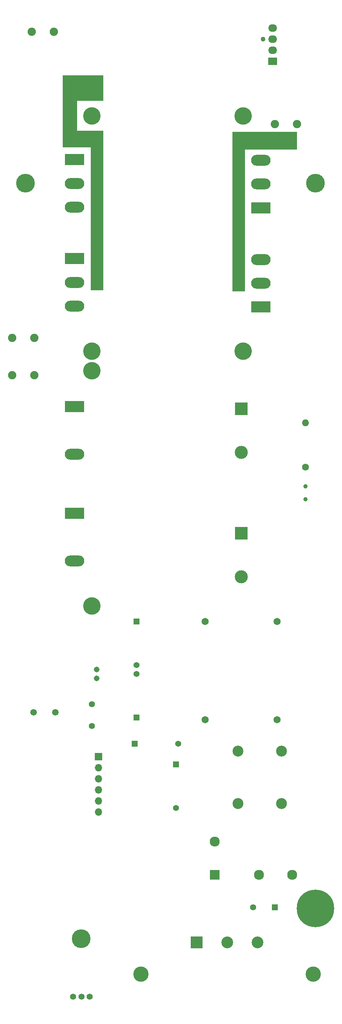
<source format=gbr>
%TF.GenerationSoftware,KiCad,Pcbnew,9.0.0*%
%TF.CreationDate,2025-03-25T20:50:40-04:00*%
%TF.ProjectId,RampedFetCoil,52616d70-6564-4466-9574-436f696c2e6b,rev?*%
%TF.SameCoordinates,Original*%
%TF.FileFunction,Soldermask,Bot*%
%TF.FilePolarity,Negative*%
%FSLAX46Y46*%
G04 Gerber Fmt 4.6, Leading zero omitted, Abs format (unit mm)*
G04 Created by KiCad (PCBNEW 9.0.0) date 2025-03-25 20:50:40*
%MOMM*%
%LPD*%
G01*
G04 APERTURE LIST*
%ADD10C,0.100000*%
%ADD11R,1.371600X1.371600*%
%ADD12C,1.371600*%
%ADD13R,1.422400X1.422400*%
%ADD14C,1.422400*%
%ADD15C,1.905000*%
%ADD16C,4.000000*%
%ADD17R,2.300000X2.300000*%
%ADD18C,2.300000*%
%ADD19C,1.000000*%
%ADD20R,4.500000X2.500000*%
%ADD21O,4.500000X2.500000*%
%ADD22R,3.000000X3.000000*%
%ADD23C,3.000000*%
%ADD24C,4.300000*%
%ADD25C,1.650000*%
%ADD26R,1.700000X1.700000*%
%ADD27O,1.700000X1.700000*%
%ADD28C,3.500000*%
%ADD29R,2.700000X2.700000*%
%ADD30C,2.700000*%
%ADD31C,1.400000*%
%ADD32C,1.100000*%
%ADD33R,2.030000X1.730000*%
%ADD34O,2.030000X1.730000*%
%ADD35C,1.600000*%
%ADD36O,1.600000X1.600000*%
%ADD37C,1.308000*%
%ADD38C,2.500000*%
%ADD39C,1.500000*%
%ADD40C,1.408000*%
%ADD41C,0.900000*%
%ADD42C,8.600000*%
G04 APERTURE END LIST*
D10*
X140750000Y-49500000D02*
X155500000Y-49500000D01*
X155500000Y-53500000D01*
X140750000Y-53500000D01*
X140750000Y-49500000D01*
G36*
X140750000Y-49500000D02*
G01*
X155500000Y-49500000D01*
X155500000Y-53500000D01*
X140750000Y-53500000D01*
X140750000Y-49500000D01*
G37*
X101750000Y-36500000D02*
X105000000Y-36500000D01*
X105000000Y-49250000D01*
X101750000Y-49250000D01*
X101750000Y-36500000D01*
G36*
X101750000Y-36500000D02*
G01*
X105000000Y-36500000D01*
X105000000Y-49250000D01*
X101750000Y-49250000D01*
X101750000Y-36500000D01*
G37*
X101750000Y-49250000D02*
X111000000Y-49250000D01*
X111000000Y-53000000D01*
X101750000Y-53000000D01*
X101750000Y-49250000D01*
G36*
X101750000Y-49250000D02*
G01*
X111000000Y-49250000D01*
X111000000Y-53000000D01*
X101750000Y-53000000D01*
X101750000Y-49250000D01*
G37*
X105000000Y-36500000D02*
X111000000Y-36500000D01*
X111000000Y-42250000D01*
X105000000Y-42250000D01*
X105000000Y-36500000D01*
G36*
X105000000Y-36500000D02*
G01*
X111000000Y-36500000D01*
X111000000Y-42250000D01*
X105000000Y-42250000D01*
X105000000Y-36500000D01*
G37*
X140750000Y-53500000D02*
X143500000Y-53500000D01*
X143500000Y-86000000D01*
X140750000Y-86000000D01*
X140750000Y-53500000D01*
G36*
X140750000Y-53500000D02*
G01*
X143500000Y-53500000D01*
X143500000Y-86000000D01*
X140750000Y-86000000D01*
X140750000Y-53500000D01*
G37*
X108250000Y-53000000D02*
X111000000Y-53000000D01*
X111000000Y-85750000D01*
X108250000Y-85750000D01*
X108250000Y-53000000D01*
G36*
X108250000Y-53000000D02*
G01*
X111000000Y-53000000D01*
X111000000Y-85750000D01*
X108250000Y-85750000D01*
X108250000Y-53000000D01*
G37*
D11*
%TO.C,C30*%
X118750000Y-183750000D03*
D12*
X118750000Y-173750000D03*
%TD*%
D13*
%TO.C,TH1*%
X150500000Y-227250000D03*
D14*
X145500000Y-227250000D03*
%TD*%
D15*
%TO.C,J4*%
X150460000Y-47750000D03*
X155540000Y-47750000D03*
%TD*%
D16*
%TO.C,HS2*%
X108500000Y-158186000D03*
X108500000Y-104250000D03*
%TD*%
D17*
%TO.C,K1*%
X136625000Y-219800000D03*
D18*
X146785000Y-219800000D03*
X154405000Y-219800000D03*
X136625000Y-212180000D03*
%TD*%
D19*
%TO.C,NE1*%
X157500000Y-130750000D03*
X157500000Y-133750000D03*
%TD*%
D20*
%TO.C,Q9*%
X147250000Y-66900000D03*
D21*
X147250000Y-61450000D03*
X147250000Y-56000000D03*
%TD*%
D15*
%TO.C,J7*%
X90210000Y-96750000D03*
X95290000Y-96750000D03*
%TD*%
D22*
%TO.C,C17*%
X142750000Y-113000000D03*
D23*
X142750000Y-123000000D03*
%TD*%
D11*
%TO.C,C28*%
X127750000Y-194500000D03*
D12*
X127750000Y-204500000D03*
%TD*%
D11*
%TO.C,C27*%
X118250000Y-189750000D03*
D12*
X128250000Y-189750000D03*
%TD*%
D24*
%TO.C,H1*%
X159750000Y-61250000D03*
%TD*%
D25*
%TO.C,C22*%
X151000000Y-184250000D03*
X151000000Y-161750000D03*
%TD*%
D15*
%TO.C,J5*%
X94710000Y-26500000D03*
X99790000Y-26500000D03*
%TD*%
D26*
%TO.C,J2*%
X110000000Y-192783240D03*
D27*
X110000000Y-195323240D03*
X110000000Y-197863240D03*
X110000000Y-200403240D03*
X110000000Y-202943240D03*
X110000000Y-205483240D03*
%TD*%
D28*
%TO.C,J3*%
X119750000Y-242612500D03*
X159250000Y-242612500D03*
D29*
X132500000Y-235312500D03*
D30*
X139500000Y-235312500D03*
X146500000Y-235312500D03*
%TD*%
D24*
%TO.C,H2*%
X93250000Y-61250000D03*
%TD*%
D31*
%TO.C,U9*%
X104167500Y-247750000D03*
X106072500Y-247750000D03*
X107977500Y-247750000D03*
%TD*%
D32*
%TO.C,M1*%
X147790000Y-28220000D03*
D33*
X149950000Y-33300000D03*
D34*
X149950000Y-30760000D03*
X149950000Y-28220000D03*
X149950000Y-25680000D03*
%TD*%
D25*
%TO.C,C25*%
X134500000Y-161750000D03*
X134500000Y-184250000D03*
%TD*%
D35*
%TO.C,R21*%
X157500000Y-126330000D03*
D36*
X157500000Y-116170000D03*
%TD*%
D37*
%TO.C,C12*%
X109595000Y-172800000D03*
X109595000Y-174800000D03*
%TD*%
D11*
%TO.C,C29*%
X118750000Y-161750000D03*
D12*
X118750000Y-171750000D03*
%TD*%
D20*
%TO.C,Q7*%
X104500000Y-55850000D03*
D21*
X104500000Y-61300000D03*
X104500000Y-66750000D03*
%TD*%
D20*
%TO.C,Q8*%
X104500000Y-78550000D03*
D21*
X104500000Y-84000000D03*
X104500000Y-89450000D03*
%TD*%
D24*
%TO.C,H3*%
X106000000Y-234500000D03*
%TD*%
D16*
%TO.C,HS1*%
X108500000Y-45814000D03*
X108500000Y-99750000D03*
X143200000Y-45814000D03*
X143200000Y-99750000D03*
%TD*%
D38*
%TO.C,FL1*%
X142000000Y-203500000D03*
X142000000Y-191500000D03*
X152000000Y-203500000D03*
X152000000Y-191500000D03*
%TD*%
D15*
%TO.C,J6*%
X90210000Y-105250000D03*
X95290000Y-105250000D03*
%TD*%
D39*
%TO.C,L1*%
X95095000Y-182550000D03*
X100095000Y-182550000D03*
%TD*%
D20*
%TO.C,D9*%
X104500000Y-112486000D03*
D21*
X104500000Y-123386000D03*
%TD*%
D20*
%TO.C,Q10*%
X147250000Y-89650000D03*
D21*
X147250000Y-84200000D03*
X147250000Y-78750000D03*
%TD*%
D40*
%TO.C,C13*%
X108500000Y-180750000D03*
X108500000Y-185750000D03*
%TD*%
D20*
%TO.C,D10*%
X104500000Y-136986000D03*
D21*
X104500000Y-147886000D03*
%TD*%
D41*
%TO.C,H4*%
X156525000Y-227500000D03*
X157469581Y-225219581D03*
X157469581Y-229780419D03*
X159750000Y-224275000D03*
D42*
X159750000Y-227500000D03*
D41*
X159750000Y-230725000D03*
X162030419Y-225219581D03*
X162030419Y-229780419D03*
X162975000Y-227500000D03*
%TD*%
D22*
%TO.C,C16*%
X142750000Y-141500000D03*
D23*
X142750000Y-151500000D03*
%TD*%
M02*

</source>
